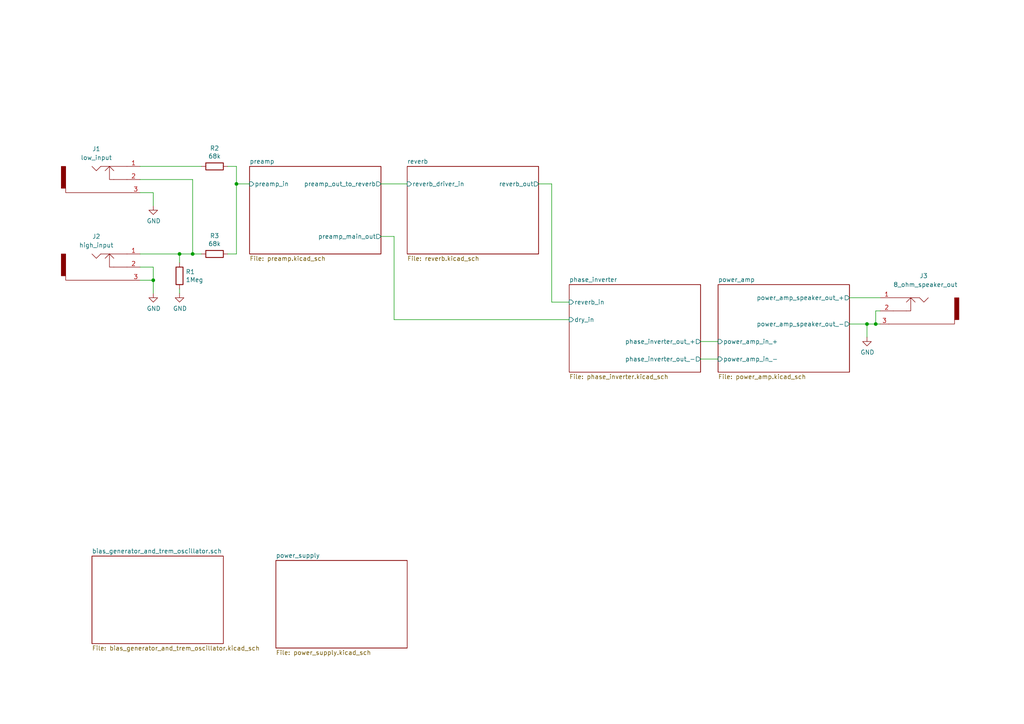
<source format=kicad_sch>
(kicad_sch (version 20211123) (generator eeschema)
  (paper "A4")
  (title_block (title "A200 12 watt class AB tube amp") (date "2021-12-26") (rev "0") (comment 1 "creativecommons.org/licenses/by/4.0/") (comment 2 "License: CC by 4.0") (comment 3 "Author: Jordan Aceto"))
  (lib_symbols
    (symbol "Device:R" (pin_numbers hide) (pin_names (offset 0))
      (property "Reference" "R" (at 2.032 0 90))
      (property "Value" "R" (at 0 0 90))
      (symbol "R_0_1"
        (rectangle (start -1.016 -2.54) (end 1.016 2.54) (stroke (width 0.254)))
      )
      (symbol "R_1_1"
        (pin passive line (at 0 3.81 270) (length 1.27) (name "~") (number "1"))
        (pin passive line (at 0 -3.81 90) (length 1.27) (name "~") (number "2"))
      )
    )
    (symbol "custom_symbols:audio_jack_switch" (pin_names (offset 1.016))
      (property "Reference" "J" (at 0 8.89 0))
      (property "Value" "audio_jack_switch" (at 0 6.35 0))
      (symbol "audio_jack_switch_0_1"
        (rectangle (start -11.43 -2.54) (end -10.16 3.81) (fill (type outline)))
        (polyline (pts (xy 3.81 0) (xy 7.62 0) (xy 7.62 0)))
        (polyline (pts (xy 8.89 -3.81) (xy -10.16 -3.81) (xy -10.16 -2.54)))
        (polyline (pts (xy 0 3.81) (xy -1.27 2.54) (xy -2.54 3.81) (xy -2.54 3.81)))
        (polyline (pts (xy 0 3.81) (xy 7.62 3.81) (xy 7.62 3.81) (xy 7.62 3.81)))
        (polyline (pts (xy 1.27 2.54) (xy 2.54 3.81) (xy 3.81 2.54) (xy 3.81 2.54)))
        (polyline (pts (xy 3.81 0) (xy 2.54 0) (xy 2.54 3.81) (xy 2.54 2.54)))
      )
      (symbol "audio_jack_switch_1_1"
        (pin passive line (at 11.43 3.81 180) (length 3.81) (name "~") (number "1"))
        (pin passive line (at 11.43 0 180) (length 3.81) (name "~") (number "2"))
        (pin passive line (at 11.43 -3.81 180) (length 2.54) (name "~") (number "3"))
      )
    )
    (symbol "power:GND" (power) (pin_names (offset 0))
      (property "Value" "GND" (at 0 -3.81 0))
      (symbol "GND_0_1"
        (polyline (pts (xy 0 0) (xy 0 -1.27) (xy 1.27 -1.27) (xy 0 -2.54) (xy -1.27 -1.27) (xy 0 -1.27)))
      )
      (symbol "GND_1_1"
        (pin power_in line (at 0 0 270) (length 0) hide (name "GND") (number "1"))
      )
    )
  )
  (junction (at 55.88 73.66))
  (junction (at 254 93.98))
  (junction (at 44.45 81.28))
  (junction (at 52.07 73.66))
  (junction (at 251.46 93.98))
  (junction (at 68.58 53.34))
  (wire (pts (xy 68.58 73.66) (xy 68.58 53.34)))
  (wire (pts (xy 68.58 48.26) (xy 66.04 48.26)))
  (wire (pts (xy 68.58 53.34) (xy 72.39 53.34)))
  (wire (pts (xy 55.88 52.07) (xy 55.88 73.66)))
  (wire (pts (xy 254 90.17) (xy 254 93.98)))
  (wire (pts (xy 255.27 90.17) (xy 254 90.17)))
  (wire (pts (xy 160.02 53.34) (xy 156.21 53.34)))
  (wire (pts (xy 160.02 87.63) (xy 165.1 87.63)))
  (wire (pts (xy 208.28 99.06) (xy 203.2 99.06)))
  (wire (pts (xy 110.49 53.34) (xy 118.11 53.34)))
  (wire (pts (xy 44.45 77.47) (xy 44.45 81.28)))
  (wire (pts (xy 44.45 55.88) (xy 40.64 55.88)))
  (wire (pts (xy 52.07 76.2) (xy 52.07 73.66)))
  (wire (pts (xy 66.04 73.66) (xy 68.58 73.66)))
  (wire (pts (xy 246.38 86.36) (xy 255.27 86.36)))
  (wire (pts (xy 52.07 85.09) (xy 52.07 83.82)))
  (wire (pts (xy 58.42 48.26) (xy 40.64 48.26)))
  (wire (pts (xy 114.3 68.58) (xy 114.3 92.71)))
  (wire (pts (xy 68.58 53.34) (xy 68.58 48.26)))
  (wire (pts (xy 40.64 52.07) (xy 55.88 52.07)))
  (wire (pts (xy 44.45 85.09) (xy 44.45 81.28)))
  (wire (pts (xy 44.45 59.69) (xy 44.45 55.88)))
  (wire (pts (xy 251.46 93.98) (xy 254 93.98)))
  (wire (pts (xy 251.46 97.79) (xy 251.46 93.98)))
  (wire (pts (xy 55.88 73.66) (xy 52.07 73.66)))
  (wire (pts (xy 44.45 81.28) (xy 40.64 81.28)))
  (wire (pts (xy 52.07 73.66) (xy 40.64 73.66)))
  (wire (pts (xy 203.2 104.14) (xy 208.28 104.14)))
  (wire (pts (xy 254 93.98) (xy 255.27 93.98)))
  (wire (pts (xy 40.64 77.47) (xy 44.45 77.47)))
  (wire (pts (xy 114.3 92.71) (xy 165.1 92.71)))
  (wire (pts (xy 160.02 53.34) (xy 160.02 87.63)))
  (wire (pts (xy 58.42 73.66) (xy 55.88 73.66)))
  (wire (pts (xy 110.49 68.58) (xy 114.3 68.58)))
  (wire (pts (xy 246.38 93.98) (xy 251.46 93.98)))
  (symbol (lib_id "power:GND") (at 251.46 97.79 0) (unit 1)
    (property "Reference" "#PWR04" (effects hide))
    (property "Value" "GND" (at 251.587 102.1842 0))
  )
  (symbol (lib_id "Device:R") (at 62.23 48.26 270) (unit 1)
    (property "Reference" "R2" (at 62.23 43.0022 90))
    (property "Value" "68k" (at 62.23 45.3136 90))
  )
  (symbol (lib_id "Device:R") (at 62.23 73.66 270) (unit 1)
    (property "Reference" "R3" (at 62.23 68.4022 90))
    (property "Value" "68k" (at 62.23 70.7136 90))
  )
  (symbol (lib_id "Device:R") (at 52.07 80.01 0) (unit 1)
    (property "Reference" "R1" (at 53.848 78.8416 0) (effects (justify left)))
    (property "Value" "1Meg" (at 53.848 81.153 0) (effects (justify left)))
  )
  (symbol (lib_id "power:GND") (at 52.07 85.09 0) (unit 1)
    (property "Reference" "#PWR03" (effects hide))
    (property "Value" "GND" (at 52.197 89.4842 0))
  )
  (symbol (lib_id "power:GND") (at 44.45 85.09 0) (unit 1)
    (property "Reference" "#PWR02" (effects hide))
    (property "Value" "GND" (at 44.577 89.4842 0))
  )
  (symbol (lib_id "power:GND") (at 44.45 59.69 0) (unit 1)
    (property "Reference" "#PWR01" (effects hide))
    (property "Value" "GND" (at 44.577 64.0842 0))
  )
  (symbol (lib_id "custom_symbols:audio_jack_switch") (at 266.7 90.17 0) (mirror y) (unit 1)
    (property "Reference" "J3" (at 266.7 80.01 0) (effects (justify right)))
    (property "Value" "8_ohm_speaker_out" (at 259.08 82.55 0) (effects (justify right)))
  )
  (symbol (lib_id "custom_symbols:audio_jack_switch") (at 29.21 52.07 0) (unit 1)
    (property "Reference" "J1" (at 27.94 43.18 0))
    (property "Value" "low_input" (at 27.94 45.72 0))
  )
  (symbol (lib_id "custom_symbols:audio_jack_switch") (at 29.21 77.47 0) (unit 1)
    (property "Reference" "J2" (at 27.94 68.58 0))
    (property "Value" "high_input" (at 27.94 71.12 0))
  )
  (sheet (at 72.39 48.26) (size 38.1 25.4)
    (property "Sheet name" "preamp" (at 72.39 47.5484 0) (effects (justify left bottom)))
    (property "Sheet file" "preamp.kicad_sch" (at 72.39 74.2446 0) (effects (justify left top)))
    (pin "preamp_in" input (at 72.39 53.34 180))
    (pin "preamp_main_out" output (at 110.49 68.58 0))
    (pin "preamp_out_to_reverb" output (at 110.49 53.34 0))
  )
  (sheet (at 165.1 82.55) (size 38.1 25.4)
    (property "Sheet name" "phase_inverter" (at 165.1 81.8384 0) (effects (justify left bottom)))
    (property "Sheet file" "phase_inverter.kicad_sch" (at 165.1 108.5346 0) (effects (justify left top)))
    (pin "phase_inverter_out_+" output (at 203.2 99.06 0))
    (pin "phase_inverter_out_-" output (at 203.2 104.14 0))
    (pin "reverb_in" input (at 165.1 87.63 180))
    (pin "dry_in" input (at 165.1 92.71 180))
  )
  (sheet (at 208.28 82.55) (size 38.1 25.4)
    (property "Sheet name" "power_amp" (at 208.28 81.8384 0) (effects (justify left bottom)))
    (property "Sheet file" "power_amp.kicad_sch" (at 208.28 108.5346 0) (effects (justify left top)))
    (pin "power_amp_in_+" input (at 208.28 99.06 180))
    (pin "power_amp_in_-" input (at 208.28 104.14 180))
    (pin "power_amp_speaker_out_+" output (at 246.38 86.36 0))
    (pin "power_amp_speaker_out_-" output (at 246.38 93.98 0))
  )
  (sheet (at 118.11 48.26) (size 38.1 25.4)
    (property "Sheet name" "reverb" (at 118.11 47.5484 0) (effects (justify left bottom)))
    (property "Sheet file" "reverb.kicad_sch" (at 118.11 74.2446 0) (effects (justify left top)))
    (pin "reverb_driver_in" input (at 118.11 53.34 180))
    (pin "reverb_out" output (at 156.21 53.34 0))
  )
  (sheet (at 80.01 162.56) (size 38.1 25.4)
    (property "Sheet name" "power_supply" (at 80.01 161.8484 0) (effects (justify left bottom)))
    (property "Sheet file" "power_supply.kicad_sch" (at 80.01 188.5446 0) (effects (justify left top)))
  )
  (sheet (at 26.67 161.29) (size 38.1 25.4)
    (property "Sheet name" "bias_generator_and_trem_oscillator.sch" (at 26.67 160.5784 0) (effects (justify left bottom)))
    (property "Sheet file" "bias_generator_and_trem_oscillator.kicad_sch" (at 26.67 187.2746 0) (effects (justify left top)))
  )
)
</source>
